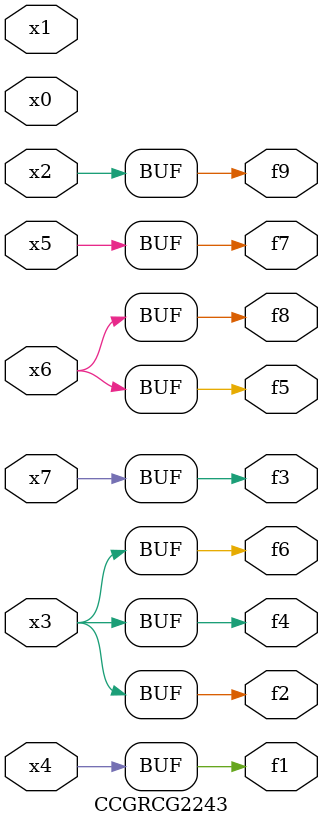
<source format=v>
module CCGRCG2243(
	input x0, x1, x2, x3, x4, x5, x6, x7,
	output f1, f2, f3, f4, f5, f6, f7, f8, f9
);
	assign f1 = x4;
	assign f2 = x3;
	assign f3 = x7;
	assign f4 = x3;
	assign f5 = x6;
	assign f6 = x3;
	assign f7 = x5;
	assign f8 = x6;
	assign f9 = x2;
endmodule

</source>
